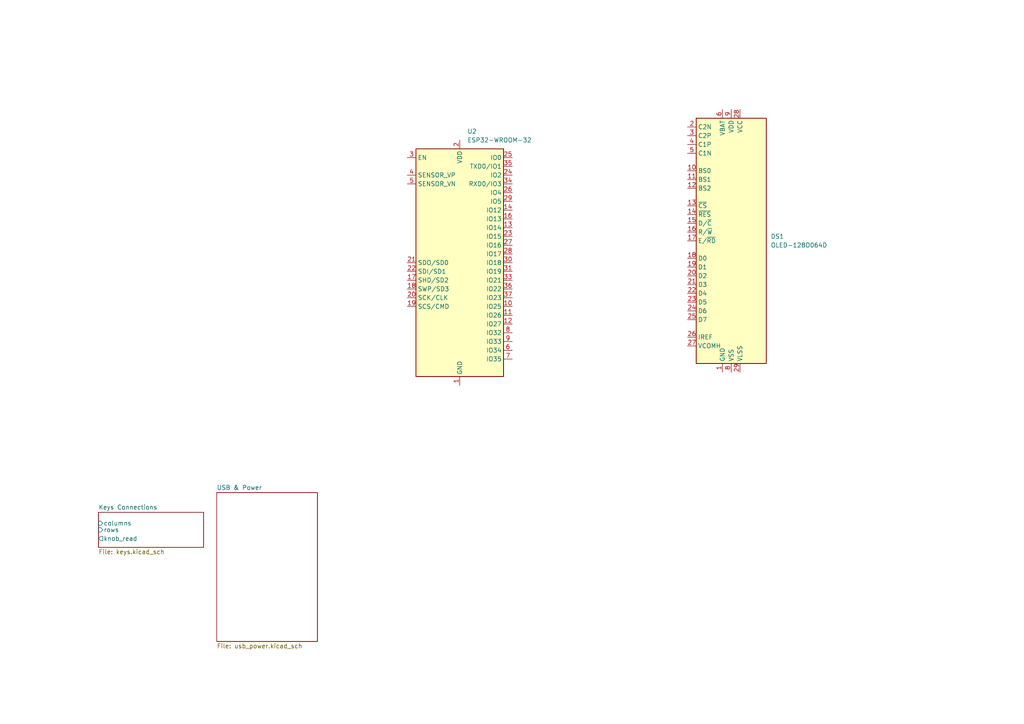
<source format=kicad_sch>
(kicad_sch (version 20230121) (generator eeschema)
  (paper "A4")
  (title_block (title "バングー Keyboard Schematic") (date "2024-01-20"))
  (lib_symbols
    (symbol "Display_Graphic:OLED-128O064D"
      (property "Reference" "DS" (at -10.16 38.1 0))
      (property "Value" "OLED-128O064D" (at 12.7 38.1 0))
      (symbol "OLED-128O064D_0_1"
        (rectangle (start -10.16 35.56) (end 10.16 -35.56) (stroke (width 0.254)) (fill (type background)))
      )
      (symbol "OLED-128O064D_1_1"
        (pin power_in line (at -2.54 -38.1 90) (length 2.54) (name "GND") (number "1"))
        (pin input line (at -12.7 20.32 0) (length 2.54) (name "BS0") (number "10"))
        (pin input line (at -12.7 17.78 0) (length 2.54) (name "BS1") (number "11"))
        (pin input line (at -12.7 15.24 0) (length 2.54) (name "BS2") (number "12"))
        (pin input line (at -12.7 10.16 0) (length 2.54) (name "~{CS}") (number "13"))
        (pin input line (at -12.7 7.62 0) (length 2.54) (name "~{RES}") (number "14"))
        (pin input line (at -12.7 5.08 0) (length 2.54) (name "D/~{C}") (number "15"))
        (pin input line (at -12.7 2.54 0) (length 2.54) (name "R/~{W}") (number "16"))
        (pin input line (at -12.7 0 0) (length 2.54) (name "E/~{RD}") (number "17"))
        (pin bidirectional line (at -12.7 -5.08 0) (length 2.54) (name "D0") (number "18"))
        (pin bidirectional line (at -12.7 -7.62 0) (length 2.54) (name "D1") (number "19"))
        (pin passive line (at -12.7 33.02 0) (length 2.54) (name "C2N") (number "2"))
        (pin bidirectional line (at -12.7 -10.16 0) (length 2.54) (name "D2") (number "20"))
        (pin bidirectional line (at -12.7 -12.7 0) (length 2.54) (name "D3") (number "21"))
        (pin bidirectional line (at -12.7 -15.24 0) (length 2.54) (name "D4") (number "22"))
        (pin bidirectional line (at -12.7 -17.78 0) (length 2.54) (name "D5") (number "23"))
        (pin bidirectional line (at -12.7 -20.32 0) (length 2.54) (name "D6") (number "24"))
        (pin bidirectional line (at -12.7 -22.86 0) (length 2.54) (name "D7") (number "25"))
        (pin passive line (at -12.7 -27.94 0) (length 2.54) (name "IREF") (number "26"))
        (pin passive line (at -12.7 -30.48 0) (length 2.54) (name "VCOMH") (number "27"))
        (pin power_in line (at 2.54 38.1 270) (length 2.54) (name "VCC") (number "28"))
        (pin power_in line (at 2.54 -38.1 90) (length 2.54) (name "VLSS") (number "29"))
        (pin passive line (at -12.7 30.48 0) (length 2.54) (name "C2P") (number "3"))
        (pin passive line (at -2.54 -38.1 90) (length 2.54) hide (name "GND") (number "30"))
        (pin passive line (at -12.7 27.94 0) (length 2.54) (name "C1P") (number "4"))
        (pin passive line (at -12.7 25.4 0) (length 2.54) (name "C1N") (number "5"))
        (pin power_in line (at -2.54 38.1 270) (length 2.54) (name "VBAT") (number "6"))
        (pin no_connect line (at 10.16 0 180) (length 2.54) hide (name "NC") (number "7"))
        (pin power_in line (at 0 -38.1 90) (length 2.54) (name "VSS") (number "8"))
        (pin power_in line (at 0 38.1 270) (length 2.54) (name "VDD") (number "9"))
      )
    )
    (symbol "RF_Module:ESP32-WROOM-32"
      (property "Reference" "U" (at -12.7 34.29 0))
      (property "Value" "ESP32-WROOM-32" (at 1.27 34.29 0))
      (symbol "ESP32-WROOM-32_0_1"
        (rectangle (start -12.7 33.02) (end 12.7 -33.02) (stroke (width 0.254)) (fill (type background)))
      )
      (symbol "ESP32-WROOM-32_1_1"
        (pin power_in line (at 0 -35.56 90) (length 2.54) (name "GND") (number "1"))
        (pin bidirectional line (at 15.24 -12.7 180) (length 2.54) (name "IO25") (number "10"))
        (pin bidirectional line (at 15.24 -15.24 180) (length 2.54) (name "IO26") (number "11"))
        (pin bidirectional line (at 15.24 -17.78 180) (length 2.54) (name "IO27") (number "12"))
        (pin bidirectional line (at 15.24 10.16 180) (length 2.54) (name "IO14") (number "13"))
        (pin bidirectional line (at 15.24 15.24 180) (length 2.54) (name "IO12") (number "14"))
        (pin passive line (at 0 -35.56 90) (length 2.54) hide (name "GND") (number "15"))
        (pin bidirectional line (at 15.24 12.7 180) (length 2.54) (name "IO13") (number "16"))
        (pin bidirectional line (at -15.24 -5.08 0) (length 2.54) (name "SHD/SD2") (number "17"))
        (pin bidirectional line (at -15.24 -7.62 0) (length 2.54) (name "SWP/SD3") (number "18"))
        (pin bidirectional line (at -15.24 -12.7 0) (length 2.54) (name "SCS/CMD") (number "19"))
        (pin power_in line (at 0 35.56 270) (length 2.54) (name "VDD") (number "2"))
        (pin bidirectional line (at -15.24 -10.16 0) (length 2.54) (name "SCK/CLK") (number "20"))
        (pin bidirectional line (at -15.24 0 0) (length 2.54) (name "SDO/SD0") (number "21"))
        (pin bidirectional line (at -15.24 -2.54 0) (length 2.54) (name "SDI/SD1") (number "22"))
        (pin bidirectional line (at 15.24 7.62 180) (length 2.54) (name "IO15") (number "23"))
        (pin bidirectional line (at 15.24 25.4 180) (length 2.54) (name "IO2") (number "24"))
        (pin bidirectional line (at 15.24 30.48 180) (length 2.54) (name "IO0") (number "25"))
        (pin bidirectional line (at 15.24 20.32 180) (length 2.54) (name "IO4") (number "26"))
        (pin bidirectional line (at 15.24 5.08 180) (length 2.54) (name "IO16") (number "27"))
        (pin bidirectional line (at 15.24 2.54 180) (length 2.54) (name "IO17") (number "28"))
        (pin bidirectional line (at 15.24 17.78 180) (length 2.54) (name "IO5") (number "29"))
        (pin input line (at -15.24 30.48 0) (length 2.54) (name "EN") (number "3"))
        (pin bidirectional line (at 15.24 0 180) (length 2.54) (name "IO18") (number "30"))
        (pin bidirectional line (at 15.24 -2.54 180) (length 2.54) (name "IO19") (number "31"))
        (pin no_connect line (at -12.7 -27.94 0) (length 2.54) hide (name "NC") (number "32"))
        (pin bidirectional line (at 15.24 -5.08 180) (length 2.54) (name "IO21") (number "33"))
        (pin bidirectional line (at 15.24 22.86 180) (length 2.54) (name "RXD0/IO3") (number "34"))
        (pin bidirectional line (at 15.24 27.94 180) (length 2.54) (name "TXD0/IO1") (number "35"))
        (pin bidirectional line (at 15.24 -7.62 180) (length 2.54) (name "IO22") (number "36"))
        (pin bidirectional line (at 15.24 -10.16 180) (length 2.54) (name "IO23") (number "37"))
        (pin passive line (at 0 -35.56 90) (length 2.54) hide (name "GND") (number "38"))
        (pin passive line (at 0 -35.56 90) (length 2.54) hide (name "GND") (number "39"))
        (pin input line (at -15.24 25.4 0) (length 2.54) (name "SENSOR_VP") (number "4"))
        (pin input line (at -15.24 22.86 0) (length 2.54) (name "SENSOR_VN") (number "5"))
        (pin input line (at 15.24 -25.4 180) (length 2.54) (name "IO34") (number "6"))
        (pin input line (at 15.24 -27.94 180) (length 2.54) (name "IO35") (number "7"))
        (pin bidirectional line (at 15.24 -20.32 180) (length 2.54) (name "IO32") (number "8"))
        (pin bidirectional line (at 15.24 -22.86 180) (length 2.54) (name "IO33") (number "9"))
      )
    )
  )
  (symbol (lib_id "Display_Graphic:OLED-128O064D") (at 212.09 69.85 0) (unit 1)
    (property "Reference" "DS1" (at 223.52 68.58 0) (effects (justify left)))
    (property "Value" "OLED-128O064D" (at 223.52 71.12 0) (effects (justify left)))
    (property "Footprint" "Display:OLED-128O064D" (effects hide))
    (property "Datasheet" "https://www.vishay.com/docs/37902/oled128o064dbpp3n00000.pdf" (effects hide))
  )
  (symbol (lib_id "RF_Module:ESP32-WROOM-32") (at 133.35 76.2 0) (unit 1)
    (property "Reference" "U2" (at 135.5441 38.1 0) (effects (justify left)))
    (property "Value" "ESP32-WROOM-32" (at 135.5441 40.64 0) (effects (justify left)))
    (property "Footprint" "RF_Module:ESP32-WROOM-32" (effects hide))
    (property "Datasheet" "https://www.espressif.com/sites/default/files/documentation/esp32-wroom-32_datasheet_en.pdf" (effects hide))
  )
  (sheet (at 62.865 142.875) (size 29.21 43.18) (stroke (width 0.1524))
    (property "Sheetname" "USB & Power" (at 62.865 142.1634 0) (effects (justify left bottom)))
    (property "Sheetfile" "usb_power.kicad_sch" (at 62.865 186.6396 0) (effects (justify left top)))
  )
  (sheet (at 28.575 148.59) (size 30.48 10.16) (stroke (width 0.1524))
    (property "Sheetname" "Keys Connections" (at 28.575 147.8784 0) (effects (justify left bottom)))
    (property "Sheetfile" "keys.kicad_sch" (at 28.575 159.3346 0) (effects (justify left top)))
    (pin "rows" input (at 28.575 153.67 180))
    (pin "columns" input (at 28.575 151.765 180))
    (pin "knob_read" output (at 28.575 156.21 180))
  )
)
</source>
